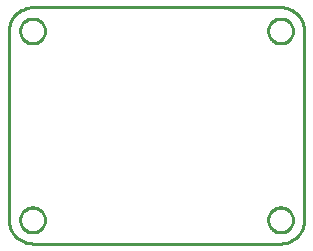
<source format=gbr>
G04 EAGLE Gerber RS-274X export*
G75*
%MOMM*%
%FSLAX34Y34*%
%LPD*%
%IN*%
%IPPOS*%
%AMOC8*
5,1,8,0,0,1.08239X$1,22.5*%
G01*
%ADD10C,0.254000*%


D10*
X340000Y400000D02*
X340076Y398257D01*
X340304Y396527D01*
X340681Y394824D01*
X341206Y393160D01*
X341874Y391548D01*
X342680Y390000D01*
X343617Y388528D01*
X344679Y387144D01*
X345858Y385858D01*
X347144Y384679D01*
X348528Y383617D01*
X350000Y382680D01*
X351548Y381874D01*
X353160Y381206D01*
X354824Y380681D01*
X356527Y380304D01*
X358257Y380076D01*
X360000Y380000D01*
X570000Y380000D01*
X571743Y380076D01*
X573473Y380304D01*
X575176Y380681D01*
X576840Y381206D01*
X578452Y381874D01*
X580000Y382680D01*
X581472Y383617D01*
X582856Y384679D01*
X584142Y385858D01*
X585321Y387144D01*
X586383Y388528D01*
X587321Y390000D01*
X588126Y391548D01*
X588794Y393160D01*
X589319Y394824D01*
X589696Y396527D01*
X589924Y398257D01*
X590000Y400000D01*
X590000Y560000D01*
X589924Y561743D01*
X589696Y563473D01*
X589319Y565176D01*
X588794Y566840D01*
X588126Y568452D01*
X587321Y570000D01*
X586383Y571472D01*
X585321Y572856D01*
X584142Y574142D01*
X582856Y575321D01*
X581472Y576383D01*
X580000Y577321D01*
X578452Y578126D01*
X576840Y578794D01*
X575176Y579319D01*
X573473Y579696D01*
X571743Y579924D01*
X570000Y580000D01*
X360000Y580000D01*
X358257Y579924D01*
X356527Y579696D01*
X354824Y579319D01*
X353160Y578794D01*
X351548Y578126D01*
X350000Y577321D01*
X348528Y576383D01*
X347144Y575321D01*
X345858Y574142D01*
X344679Y572856D01*
X343617Y571472D01*
X342680Y570000D01*
X341874Y568452D01*
X341206Y566840D01*
X340681Y565176D01*
X340304Y563473D01*
X340076Y561743D01*
X340000Y560000D01*
X340000Y400000D01*
X370500Y399587D02*
X370435Y398765D01*
X370306Y397950D01*
X370114Y397148D01*
X369859Y396363D01*
X369543Y395601D01*
X369168Y394866D01*
X368737Y394162D01*
X368252Y393495D01*
X367716Y392867D01*
X367133Y392284D01*
X366506Y391748D01*
X365838Y391263D01*
X365134Y390832D01*
X364399Y390457D01*
X363637Y390141D01*
X362852Y389886D01*
X362050Y389694D01*
X361235Y389565D01*
X360413Y389500D01*
X359587Y389500D01*
X358765Y389565D01*
X357950Y389694D01*
X357148Y389886D01*
X356363Y390141D01*
X355601Y390457D01*
X354866Y390832D01*
X354162Y391263D01*
X353495Y391748D01*
X352867Y392284D01*
X352284Y392867D01*
X351748Y393495D01*
X351263Y394162D01*
X350832Y394866D01*
X350457Y395601D01*
X350141Y396363D01*
X349886Y397148D01*
X349694Y397950D01*
X349565Y398765D01*
X349500Y399587D01*
X349500Y400413D01*
X349565Y401235D01*
X349694Y402050D01*
X349886Y402852D01*
X350141Y403637D01*
X350457Y404399D01*
X350832Y405134D01*
X351263Y405838D01*
X351748Y406506D01*
X352284Y407133D01*
X352867Y407716D01*
X353495Y408252D01*
X354162Y408737D01*
X354866Y409168D01*
X355601Y409543D01*
X356363Y409859D01*
X357148Y410114D01*
X357950Y410306D01*
X358765Y410435D01*
X359587Y410500D01*
X360413Y410500D01*
X361235Y410435D01*
X362050Y410306D01*
X362852Y410114D01*
X363637Y409859D01*
X364399Y409543D01*
X365134Y409168D01*
X365838Y408737D01*
X366506Y408252D01*
X367133Y407716D01*
X367716Y407133D01*
X368252Y406506D01*
X368737Y405838D01*
X369168Y405134D01*
X369543Y404399D01*
X369859Y403637D01*
X370114Y402852D01*
X370306Y402050D01*
X370435Y401235D01*
X370500Y400413D01*
X370500Y399587D01*
X580500Y399587D02*
X580435Y398765D01*
X580306Y397950D01*
X580114Y397148D01*
X579859Y396363D01*
X579543Y395601D01*
X579168Y394866D01*
X578737Y394162D01*
X578252Y393495D01*
X577716Y392867D01*
X577133Y392284D01*
X576506Y391748D01*
X575838Y391263D01*
X575134Y390832D01*
X574399Y390457D01*
X573637Y390141D01*
X572852Y389886D01*
X572050Y389694D01*
X571235Y389565D01*
X570413Y389500D01*
X569587Y389500D01*
X568765Y389565D01*
X567950Y389694D01*
X567148Y389886D01*
X566363Y390141D01*
X565601Y390457D01*
X564866Y390832D01*
X564162Y391263D01*
X563495Y391748D01*
X562867Y392284D01*
X562284Y392867D01*
X561748Y393495D01*
X561263Y394162D01*
X560832Y394866D01*
X560457Y395601D01*
X560141Y396363D01*
X559886Y397148D01*
X559694Y397950D01*
X559565Y398765D01*
X559500Y399587D01*
X559500Y400413D01*
X559565Y401235D01*
X559694Y402050D01*
X559886Y402852D01*
X560141Y403637D01*
X560457Y404399D01*
X560832Y405134D01*
X561263Y405838D01*
X561748Y406506D01*
X562284Y407133D01*
X562867Y407716D01*
X563495Y408252D01*
X564162Y408737D01*
X564866Y409168D01*
X565601Y409543D01*
X566363Y409859D01*
X567148Y410114D01*
X567950Y410306D01*
X568765Y410435D01*
X569587Y410500D01*
X570413Y410500D01*
X571235Y410435D01*
X572050Y410306D01*
X572852Y410114D01*
X573637Y409859D01*
X574399Y409543D01*
X575134Y409168D01*
X575838Y408737D01*
X576506Y408252D01*
X577133Y407716D01*
X577716Y407133D01*
X578252Y406506D01*
X578737Y405838D01*
X579168Y405134D01*
X579543Y404399D01*
X579859Y403637D01*
X580114Y402852D01*
X580306Y402050D01*
X580435Y401235D01*
X580500Y400413D01*
X580500Y399587D01*
X580500Y559587D02*
X580435Y558765D01*
X580306Y557950D01*
X580114Y557148D01*
X579859Y556363D01*
X579543Y555601D01*
X579168Y554866D01*
X578737Y554162D01*
X578252Y553495D01*
X577716Y552867D01*
X577133Y552284D01*
X576506Y551748D01*
X575838Y551263D01*
X575134Y550832D01*
X574399Y550457D01*
X573637Y550141D01*
X572852Y549886D01*
X572050Y549694D01*
X571235Y549565D01*
X570413Y549500D01*
X569587Y549500D01*
X568765Y549565D01*
X567950Y549694D01*
X567148Y549886D01*
X566363Y550141D01*
X565601Y550457D01*
X564866Y550832D01*
X564162Y551263D01*
X563495Y551748D01*
X562867Y552284D01*
X562284Y552867D01*
X561748Y553495D01*
X561263Y554162D01*
X560832Y554866D01*
X560457Y555601D01*
X560141Y556363D01*
X559886Y557148D01*
X559694Y557950D01*
X559565Y558765D01*
X559500Y559587D01*
X559500Y560413D01*
X559565Y561235D01*
X559694Y562050D01*
X559886Y562852D01*
X560141Y563637D01*
X560457Y564399D01*
X560832Y565134D01*
X561263Y565838D01*
X561748Y566506D01*
X562284Y567133D01*
X562867Y567716D01*
X563495Y568252D01*
X564162Y568737D01*
X564866Y569168D01*
X565601Y569543D01*
X566363Y569859D01*
X567148Y570114D01*
X567950Y570306D01*
X568765Y570435D01*
X569587Y570500D01*
X570413Y570500D01*
X571235Y570435D01*
X572050Y570306D01*
X572852Y570114D01*
X573637Y569859D01*
X574399Y569543D01*
X575134Y569168D01*
X575838Y568737D01*
X576506Y568252D01*
X577133Y567716D01*
X577716Y567133D01*
X578252Y566506D01*
X578737Y565838D01*
X579168Y565134D01*
X579543Y564399D01*
X579859Y563637D01*
X580114Y562852D01*
X580306Y562050D01*
X580435Y561235D01*
X580500Y560413D01*
X580500Y559587D01*
X370500Y559587D02*
X370435Y558765D01*
X370306Y557950D01*
X370114Y557148D01*
X369859Y556363D01*
X369543Y555601D01*
X369168Y554866D01*
X368737Y554162D01*
X368252Y553495D01*
X367716Y552867D01*
X367133Y552284D01*
X366506Y551748D01*
X365838Y551263D01*
X365134Y550832D01*
X364399Y550457D01*
X363637Y550141D01*
X362852Y549886D01*
X362050Y549694D01*
X361235Y549565D01*
X360413Y549500D01*
X359587Y549500D01*
X358765Y549565D01*
X357950Y549694D01*
X357148Y549886D01*
X356363Y550141D01*
X355601Y550457D01*
X354866Y550832D01*
X354162Y551263D01*
X353495Y551748D01*
X352867Y552284D01*
X352284Y552867D01*
X351748Y553495D01*
X351263Y554162D01*
X350832Y554866D01*
X350457Y555601D01*
X350141Y556363D01*
X349886Y557148D01*
X349694Y557950D01*
X349565Y558765D01*
X349500Y559587D01*
X349500Y560413D01*
X349565Y561235D01*
X349694Y562050D01*
X349886Y562852D01*
X350141Y563637D01*
X350457Y564399D01*
X350832Y565134D01*
X351263Y565838D01*
X351748Y566506D01*
X352284Y567133D01*
X352867Y567716D01*
X353495Y568252D01*
X354162Y568737D01*
X354866Y569168D01*
X355601Y569543D01*
X356363Y569859D01*
X357148Y570114D01*
X357950Y570306D01*
X358765Y570435D01*
X359587Y570500D01*
X360413Y570500D01*
X361235Y570435D01*
X362050Y570306D01*
X362852Y570114D01*
X363637Y569859D01*
X364399Y569543D01*
X365134Y569168D01*
X365838Y568737D01*
X366506Y568252D01*
X367133Y567716D01*
X367716Y567133D01*
X368252Y566506D01*
X368737Y565838D01*
X369168Y565134D01*
X369543Y564399D01*
X369859Y563637D01*
X370114Y562852D01*
X370306Y562050D01*
X370435Y561235D01*
X370500Y560413D01*
X370500Y559587D01*
M02*

</source>
